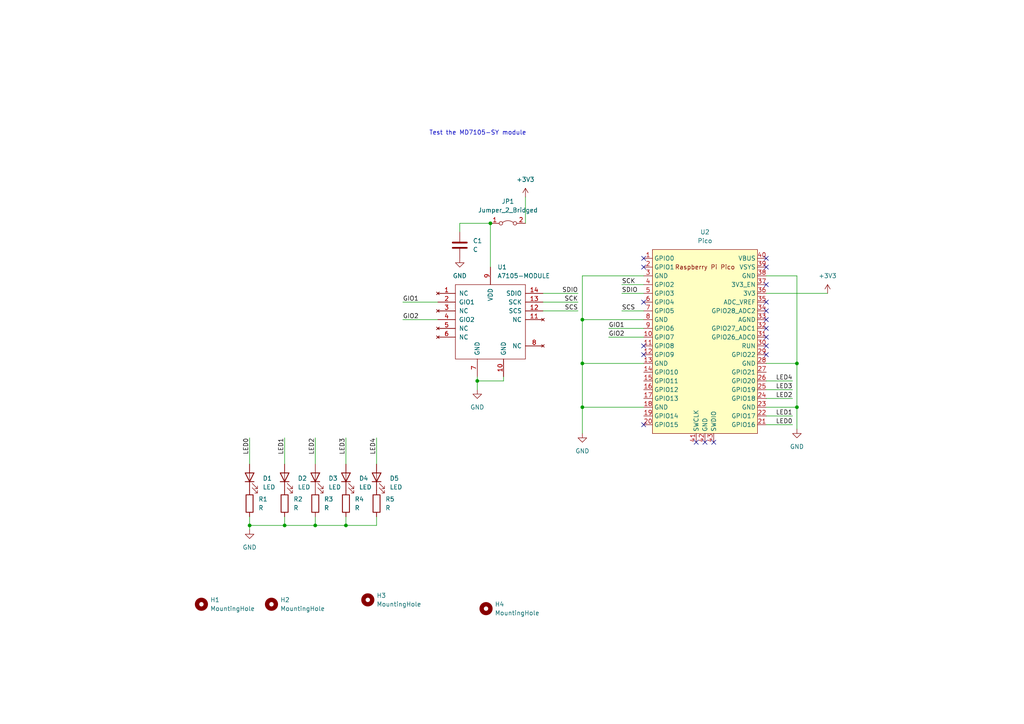
<source format=kicad_sch>
(kicad_sch (version 20211123) (generator eeschema)
  (paper "A4")
  (lib_symbols
    (symbol "Device:C" (pin_numbers hide) (pin_names (offset 0.254))
      (property "Reference" "C" (at 0.635 2.54 0))
      (property "Value" "C" (at 0.635 -2.54 0))
      (symbol "C_0_1"
        (polyline (pts (xy -2.032 -0.762) (xy 2.032 -0.762)) (stroke (width 0.508)))
        (polyline (pts (xy -2.032 0.762) (xy 2.032 0.762)) (stroke (width 0.508)))
      )
      (symbol "C_1_1"
        (pin passive line (at 0 3.81 270) (length 2.794) (name "~") (number "1"))
        (pin passive line (at 0 -3.81 90) (length 2.794) (name "~") (number "2"))
      )
    )
    (symbol "Device:LED" (pin_numbers hide) (pin_names (offset 1.016) hide)
      (property "Reference" "D" (at 0 2.54 0))
      (property "Value" "LED" (at 0 -2.54 0))
      (symbol "LED_0_1"
        (polyline (pts (xy -1.27 -1.27) (xy -1.27 1.27)) (stroke (width 0.254)))
        (polyline (pts (xy -1.27 0) (xy 1.27 0)))
        (polyline (pts (xy 1.27 -1.27) (xy 1.27 1.27) (xy -1.27 0) (xy 1.27 -1.27)) (stroke (width 0.254)))
        (polyline (pts (xy -3.048 -0.762) (xy -4.572 -2.286) (xy -3.81 -2.286) (xy -4.572 -2.286) (xy -4.572 -1.524)))
        (polyline (pts (xy -1.778 -0.762) (xy -3.302 -2.286) (xy -2.54 -2.286) (xy -3.302 -2.286) (xy -3.302 -1.524)))
      )
      (symbol "LED_1_1"
        (pin passive line (at -3.81 0 0) (length 2.54) (name "K") (number "1"))
        (pin passive line (at 3.81 0 180) (length 2.54) (name "A") (number "2"))
      )
    )
    (symbol "Device:R" (pin_numbers hide) (pin_names (offset 0))
      (property "Reference" "R" (at 2.032 0 90))
      (property "Value" "R" (at 0 0 90))
      (symbol "R_0_1"
        (rectangle (start -1.016 -2.54) (end 1.016 2.54) (stroke (width 0.254)))
      )
      (symbol "R_1_1"
        (pin passive line (at 0 3.81 270) (length 1.27) (name "~") (number "1"))
        (pin passive line (at 0 -3.81 90) (length 1.27) (name "~") (number "2"))
      )
    )
    (symbol "Jumper:Jumper_2_Bridged" (pin_names (offset 0) hide)
      (property "Reference" "JP" (at 0 1.905 0))
      (property "Value" "Jumper_2_Bridged" (at 0 -2.54 0))
      (symbol "Jumper_2_Bridged_0_0"
        (circle (center -2.032 0) (radius 0.508))
        (circle (center 2.032 0) (radius 0.508))
      )
      (symbol "Jumper_2_Bridged_0_1"
        (arc (start 1.524 0.254) (mid 0 0.762) (end -1.524 0.254))
      )
      (symbol "Jumper_2_Bridged_1_1"
        (pin passive line (at -5.08 0 0) (length 2.54) (name "A") (number "1"))
        (pin passive line (at 5.08 0 180) (length 2.54) (name "B") (number "2"))
      )
    )
    (symbol "Mechanical:MountingHole" (pin_names (offset 1.016))
      (property "Reference" "H" (at 0 5.08 0))
      (property "Value" "MountingHole" (at 0 3.175 0))
      (symbol "MountingHole_0_1"
        (circle (center 0 0) (radius 1.27) (stroke (width 1.27)))
      )
    )
    (symbol "power:+3.3V" (power) (pin_names (offset 0))
      (property "Value" "+3.3V" (at 0 3.556 0))
      (symbol "+3.3V_0_1"
        (polyline (pts (xy -0.762 1.27) (xy 0 2.54)))
        (polyline (pts (xy 0 0) (xy 0 2.54)))
        (polyline (pts (xy 0 2.54) (xy 0.762 1.27)))
      )
      (symbol "+3.3V_1_1"
        (pin power_in line (at 0 0 90) (length 0) hide (name "+3V3") (number "1"))
      )
    )
    (symbol "power:GND" (power) (pin_names (offset 0))
      (property "Value" "GND" (at 0 -3.81 0))
      (symbol "GND_0_1"
        (polyline (pts (xy 0 0) (xy 0 -1.27) (xy 1.27 -1.27) (xy 0 -2.54) (xy -1.27 -1.27) (xy 0 -1.27)))
      )
      (symbol "GND_1_1"
        (pin power_in line (at 0 0 270) (length 0) hide (name "GND") (number "1"))
      )
    )
    (symbol "tester:A7105-MODULE" (pin_names (offset 1.016))
      (property "Reference" "U" (at 0 0 0))
      (property "Value" "A7105-MODULE" (at 2.54 -3.81 0))
      (symbol "A7105-MODULE_0_1"
        (rectangle (start -10.16 10.16) (end 10.16 -11.43))
      )
      (symbol "A7105-MODULE_1_1"
        (pin no_connect line (at -15.24 7.62 0) (length 5.08) (name "NC") (number "1"))
        (pin power_in line (at 3.81 -16.51 90) (length 5.08) (name "GND") (number "10"))
        (pin no_connect line (at 15.24 0 180) (length 5.08) (name "NC") (number "11"))
        (pin input line (at 15.24 2.54 180) (length 5.08) (name "SCS") (number "12"))
        (pin input line (at 15.24 5.08 180) (length 5.08) (name "SCK") (number "13"))
        (pin bidirectional line (at 15.24 7.62 180) (length 5.08) (name "SDIO") (number "14"))
        (pin bidirectional line (at -15.24 5.08 0) (length 5.08) (name "GIO1") (number "2"))
        (pin no_connect line (at -15.24 2.54 0) (length 5.08) (name "NC") (number "3"))
        (pin bidirectional line (at -15.24 0 0) (length 5.08) (name "GIO2") (number "4"))
        (pin no_connect line (at -15.24 -2.54 0) (length 5.08) (name "NC") (number "5"))
        (pin no_connect line (at -15.24 -5.08 0) (length 5.08) (name "NC") (number "6"))
        (pin power_in line (at -3.81 -16.51 90) (length 5.08) (name "GND") (number "7"))
        (pin no_connect line (at 15.24 -7.62 180) (length 5.08) (name "NC") (number "8"))
        (pin power_in line (at 0 15.24 270) (length 5.08) (name "VDD") (number "9"))
      )
    )
    (symbol "tester:Pico"
      (property "Reference" "U" (at -13.97 27.94 0))
      (property "Value" "Pico" (at 0 19.05 0))
      (symbol "Pico_0_0"
        (text "Raspberry Pi Pico" (at 0 21.59 0) (effects (font (size 1.27 1.27))))
      )
      (symbol "Pico_0_1"
        (rectangle (start -15.24 26.67) (end 15.24 -26.67) (fill (type background)))
      )
      (symbol "Pico_1_1"
        (pin bidirectional line (at -17.78 24.13 0) (length 2.54) (name "GPIO0") (number "1"))
        (pin bidirectional line (at -17.78 1.27 0) (length 2.54) (name "GPIO7") (number "10"))
        (pin bidirectional line (at -17.78 -1.27 0) (length 2.54) (name "GPIO8") (number "11"))
        (pin bidirectional line (at -17.78 -3.81 0) (length 2.54) (name "GPIO9") (number "12"))
        (pin power_in line (at -17.78 -6.35 0) (length 2.54) (name "GND") (number "13"))
        (pin bidirectional line (at -17.78 -8.89 0) (length 2.54) (name "GPIO10") (number "14"))
        (pin bidirectional line (at -17.78 -11.43 0) (length 2.54) (name "GPIO11") (number "15"))
        (pin bidirectional line (at -17.78 -13.97 0) (length 2.54) (name "GPIO12") (number "16"))
        (pin bidirectional line (at -17.78 -16.51 0) (length 2.54) (name "GPIO13") (number "17"))
        (pin power_in line (at -17.78 -19.05 0) (length 2.54) (name "GND") (number "18"))
        (pin bidirectional line (at -17.78 -21.59 0) (length 2.54) (name "GPIO14") (number "19"))
        (pin bidirectional line (at -17.78 21.59 0) (length 2.54) (name "GPIO1") (number "2"))
        (pin bidirectional line (at -17.78 -24.13 0) (length 2.54) (name "GPIO15") (number "20"))
        (pin bidirectional line (at 17.78 -24.13 180) (length 2.54) (name "GPIO16") (number "21"))
        (pin bidirectional line (at 17.78 -21.59 180) (length 2.54) (name "GPIO17") (number "22"))
        (pin power_in line (at 17.78 -19.05 180) (length 2.54) (name "GND") (number "23"))
        (pin bidirectional line (at 17.78 -16.51 180) (length 2.54) (name "GPIO18") (number "24"))
        (pin bidirectional line (at 17.78 -13.97 180) (length 2.54) (name "GPIO19") (number "25"))
        (pin bidirectional line (at 17.78 -11.43 180) (length 2.54) (name "GPIO20") (number "26"))
        (pin bidirectional line (at 17.78 -8.89 180) (length 2.54) (name "GPIO21") (number "27"))
        (pin power_in line (at 17.78 -6.35 180) (length 2.54) (name "GND") (number "28"))
        (pin bidirectional line (at 17.78 -3.81 180) (length 2.54) (name "GPIO22") (number "29"))
        (pin power_in line (at -17.78 19.05 0) (length 2.54) (name "GND") (number "3"))
        (pin input line (at 17.78 -1.27 180) (length 2.54) (name "RUN") (number "30"))
        (pin bidirectional line (at 17.78 1.27 180) (length 2.54) (name "GPIO26_ADC0") (number "31"))
        (pin bidirectional line (at 17.78 3.81 180) (length 2.54) (name "GPIO27_ADC1") (number "32"))
        (pin power_in line (at 17.78 6.35 180) (length 2.54) (name "AGND") (number "33"))
        (pin bidirectional line (at 17.78 8.89 180) (length 2.54) (name "GPIO28_ADC2") (number "34"))
        (pin power_in line (at 17.78 11.43 180) (length 2.54) (name "ADC_VREF") (number "35"))
        (pin power_in line (at 17.78 13.97 180) (length 2.54) (name "3V3") (number "36"))
        (pin input line (at 17.78 16.51 180) (length 2.54) (name "3V3_EN") (number "37"))
        (pin bidirectional line (at 17.78 19.05 180) (length 2.54) (name "GND") (number "38"))
        (pin power_in line (at 17.78 21.59 180) (length 2.54) (name "VSYS") (number "39"))
        (pin bidirectional line (at -17.78 16.51 0) (length 2.54) (name "GPIO2") (number "4"))
        (pin power_in line (at 17.78 24.13 180) (length 2.54) (name "VBUS") (number "40"))
        (pin input line (at -2.54 -29.21 90) (length 2.54) (name "SWCLK") (number "41"))
        (pin power_in line (at 0 -29.21 90) (length 2.54) (name "GND") (number "42"))
        (pin bidirectional line (at 2.54 -29.21 90) (length 2.54) (name "SWDIO") (number "43"))
        (pin bidirectional line (at -17.78 13.97 0) (length 2.54) (name "GPIO3") (number "5"))
        (pin bidirectional line (at -17.78 11.43 0) (length 2.54) (name "GPIO4") (number "6"))
        (pin bidirectional line (at -17.78 8.89 0) (length 2.54) (name "GPIO5") (number "7"))
        (pin power_in line (at -17.78 6.35 0) (length 2.54) (name "GND") (number "8"))
        (pin bidirectional line (at -17.78 3.81 0) (length 2.54) (name "GPIO6") (number "9"))
      )
    )
  )
  (junction (at 138.43 110.49))
  (junction (at 91.44 152.4))
  (junction (at 231.14 105.41))
  (junction (at 231.14 118.11))
  (junction (at 72.39 152.4))
  (junction (at 168.91 105.41))
  (junction (at 82.55 152.4))
  (junction (at 168.91 118.11))
  (junction (at 142.24 64.77))
  (junction (at 100.33 152.4))
  (junction (at 168.91 92.71))
  (no_connect (at 186.69 87.63))
  (no_connect (at 222.25 74.93))
  (no_connect (at 186.69 123.19))
  (no_connect (at 222.25 100.33))
  (no_connect (at 222.25 97.79))
  (no_connect (at 222.25 95.25))
  (no_connect (at 222.25 92.71))
  (no_connect (at 222.25 87.63))
  (no_connect (at 222.25 90.17))
  (no_connect (at 222.25 102.87))
  (no_connect (at 222.25 82.55))
  (no_connect (at 222.25 77.47))
  (no_connect (at 186.69 100.33))
  (no_connect (at 186.69 74.93))
  (no_connect (at 186.69 77.47))
  (no_connect (at 186.69 102.87))
  (no_connect (at 201.93 128.27))
  (no_connect (at 204.47 128.27))
  (no_connect (at 207.01 128.27))
  (wire (pts (xy 157.48 90.17) (xy 167.64 90.17)))
  (wire (pts (xy 168.91 92.71) (xy 168.91 105.41)))
  (wire (pts (xy 91.44 152.4) (xy 82.55 152.4)))
  (wire (pts (xy 133.35 67.31) (xy 133.35 64.77)))
  (wire (pts (xy 186.69 105.41) (xy 168.91 105.41)))
  (wire (pts (xy 180.34 90.17) (xy 186.69 90.17)))
  (wire (pts (xy 222.25 123.19) (xy 229.87 123.19)))
  (wire (pts (xy 222.25 105.41) (xy 231.14 105.41)))
  (wire (pts (xy 133.35 64.77) (xy 142.24 64.77)))
  (wire (pts (xy 231.14 105.41) (xy 231.14 118.11)))
  (wire (pts (xy 127 87.63) (xy 116.84 87.63)))
  (wire (pts (xy 100.33 149.86) (xy 100.33 152.4)))
  (wire (pts (xy 231.14 80.01) (xy 231.14 105.41)))
  (wire (pts (xy 72.39 152.4) (xy 72.39 153.67)))
  (wire (pts (xy 146.05 109.22) (xy 146.05 110.49)))
  (wire (pts (xy 168.91 80.01) (xy 168.91 92.71)))
  (wire (pts (xy 186.69 118.11) (xy 168.91 118.11)))
  (wire (pts (xy 91.44 127) (xy 91.44 134.62)))
  (wire (pts (xy 180.34 85.09) (xy 186.69 85.09)))
  (wire (pts (xy 109.22 127) (xy 109.22 134.62)))
  (wire (pts (xy 157.48 87.63) (xy 167.64 87.63)))
  (wire (pts (xy 138.43 110.49) (xy 138.43 113.03)))
  (wire (pts (xy 186.69 80.01) (xy 168.91 80.01)))
  (wire (pts (xy 127 92.71) (xy 116.84 92.71)))
  (wire (pts (xy 222.25 110.49) (xy 229.87 110.49)))
  (wire (pts (xy 222.25 80.01) (xy 231.14 80.01)))
  (wire (pts (xy 82.55 127) (xy 82.55 134.62)))
  (wire (pts (xy 91.44 152.4) (xy 100.33 152.4)))
  (wire (pts (xy 222.25 115.57) (xy 229.87 115.57)))
  (wire (pts (xy 168.91 105.41) (xy 168.91 118.11)))
  (wire (pts (xy 146.05 110.49) (xy 138.43 110.49)))
  (wire (pts (xy 231.14 118.11) (xy 222.25 118.11)))
  (wire (pts (xy 152.4 57.15) (xy 152.4 64.77)))
  (wire (pts (xy 180.34 82.55) (xy 186.69 82.55)))
  (wire (pts (xy 109.22 149.86) (xy 109.22 152.4)))
  (wire (pts (xy 142.24 64.77) (xy 142.24 77.47)))
  (wire (pts (xy 186.69 92.71) (xy 168.91 92.71)))
  (wire (pts (xy 222.25 113.03) (xy 229.87 113.03)))
  (wire (pts (xy 231.14 124.46) (xy 231.14 118.11)))
  (wire (pts (xy 91.44 149.86) (xy 91.44 152.4)))
  (wire (pts (xy 109.22 152.4) (xy 100.33 152.4)))
  (wire (pts (xy 222.25 85.09) (xy 240.03 85.09)))
  (wire (pts (xy 186.69 97.79) (xy 176.53 97.79)))
  (wire (pts (xy 222.25 120.65) (xy 229.87 120.65)))
  (wire (pts (xy 157.48 85.09) (xy 167.64 85.09)))
  (wire (pts (xy 138.43 109.22) (xy 138.43 110.49)))
  (wire (pts (xy 168.91 118.11) (xy 168.91 125.73)))
  (wire (pts (xy 72.39 149.86) (xy 72.39 152.4)))
  (wire (pts (xy 100.33 127) (xy 100.33 134.62)))
  (wire (pts (xy 82.55 152.4) (xy 72.39 152.4)))
  (wire (pts (xy 186.69 95.25) (xy 176.53 95.25)))
  (wire (pts (xy 82.55 149.86) (xy 82.55 152.4)))
  (wire (pts (xy 72.39 127) (xy 72.39 134.62)))
  (text "Test the MD7105-SY module" (at 124.46 39.37 0) (effects (font (size 1.27 1.27)) (justify left bottom)))
  (label "LED0" (at 72.39 127 270))
  (label "LED2" (at 91.44 127 270))
  (label "SCK" (at 167.64 87.63 180))
  (label "SDIO" (at 167.64 85.09 180))
  (label "LED1" (at 229.87 120.65 180))
  (label "SCS" (at 167.64 90.17 180))
  (label "GIO2" (at 176.53 97.79 0))
  (label "LED2" (at 229.87 115.57 180))
  (label "LED4" (at 109.22 127 270))
  (label "SDIO" (at 180.34 85.09 0))
  (label "LED3" (at 229.87 113.03 180))
  (label "LED4" (at 229.87 110.49 180))
  (label "GIO1" (at 176.53 95.25 0))
  (label "LED1" (at 82.55 127 270))
  (label "SCK" (at 180.34 82.55 0))
  (label "GIO1" (at 116.84 87.63 0))
  (label "GIO2" (at 116.84 92.71 0))
  (label "SCS" (at 180.34 90.17 0))
  (label "LED0" (at 229.87 123.19 180))
  (label "LED3" (at 100.33 127 270))
  (symbol (lib_id "power:GND") (at 231.14 124.46 0) (unit 1)
    (property "Reference" "#PWR05" (effects hide))
    (property "Value" "GND" (at 231.14 129.54 0))
  )
  (symbol (lib_id "tester:A7105-MODULE") (at 142.24 92.71 0) (unit 1)
    (property "Reference" "U1" (at 144.2594 77.47 0) (effects (justify left)))
    (property "Value" "A7105-MODULE" (at 144.2594 80.01 0) (effects (justify left)))
    (property "Footprint" "tester:MD7105-SY-TESTER" (effects hide))
  )
  (symbol (lib_id "Device:R") (at 72.39 146.05 0) (unit 1)
    (property "Reference" "R1" (at 74.93 144.7799 0) (effects (justify left)))
    (property "Value" "R" (at 74.93 147.3199 0) (effects (justify left)))
    (property "Footprint" "Resistor_SMD:R_0805_2012Metric_Pad1.20x1.40mm_HandSolder" (effects hide))
  )
  (symbol (lib_id "Mechanical:MountingHole") (at 140.97 176.53 0) (unit 1)
    (property "Reference" "H4" (at 143.51 175.2599 0) (effects (justify left)))
    (property "Value" "MountingHole" (at 143.51 177.7999 0) (effects (justify left)))
    (property "Footprint" "MountingHole:MountingHole_3.2mm_M3" (effects hide))
  )
  (symbol (lib_id "power:+3.3V") (at 240.03 85.09 0) (unit 1)
    (property "Reference" "#PWR06" (effects hide))
    (property "Value" "+3.3V" (at 240.03 80.01 0))
  )
  (symbol (lib_id "Device:R") (at 100.33 146.05 0) (unit 1)
    (property "Reference" "R4" (at 102.87 144.7799 0) (effects (justify left)))
    (property "Value" "R" (at 102.87 147.3199 0) (effects (justify left)))
    (property "Footprint" "Resistor_SMD:R_0805_2012Metric_Pad1.20x1.40mm_HandSolder" (effects hide))
  )
  (symbol (lib_id "Device:R") (at 82.55 146.05 0) (unit 1)
    (property "Reference" "R2" (at 85.09 144.7799 0) (effects (justify left)))
    (property "Value" "R" (at 85.09 147.3199 0) (effects (justify left)))
    (property "Footprint" "Resistor_SMD:R_0805_2012Metric_Pad1.20x1.40mm_HandSolder" (effects hide))
  )
  (symbol (lib_id "Device:C") (at 133.35 71.12 0) (unit 1)
    (property "Reference" "C1" (at 137.16 69.8499 0) (effects (justify left)))
    (property "Value" "C" (at 137.16 72.3899 0) (effects (justify left)))
    (property "Footprint" "Capacitor_SMD:C_0805_2012Metric_Pad1.18x1.45mm_HandSolder" (effects hide))
  )
  (symbol (lib_id "Device:LED") (at 72.39 138.43 90) (unit 1)
    (property "Reference" "D1" (at 76.2 138.7474 90) (effects (justify right)))
    (property "Value" "LED" (at 76.2 141.2874 90) (effects (justify right)))
    (property "Footprint" "LED_SMD:LED_0805_2012Metric_Pad1.15x1.40mm_HandSolder" (effects hide))
  )
  (symbol (lib_id "Device:R") (at 91.44 146.05 0) (unit 1)
    (property "Reference" "R3" (at 93.98 144.7799 0) (effects (justify left)))
    (property "Value" "R" (at 93.98 147.3199 0) (effects (justify left)))
    (property "Footprint" "Resistor_SMD:R_0805_2012Metric_Pad1.20x1.40mm_HandSolder" (effects hide))
  )
  (symbol (lib_id "Device:LED") (at 82.55 138.43 90) (unit 1)
    (property "Reference" "D2" (at 86.36 138.7474 90) (effects (justify right)))
    (property "Value" "LED" (at 86.36 141.2874 90) (effects (justify right)))
    (property "Footprint" "LED_SMD:LED_0805_2012Metric_Pad1.15x1.40mm_HandSolder" (effects hide))
  )
  (symbol (lib_id "Device:LED") (at 100.33 138.43 90) (unit 1)
    (property "Reference" "D4" (at 104.14 138.7474 90) (effects (justify right)))
    (property "Value" "LED" (at 104.14 141.2874 90) (effects (justify right)))
    (property "Footprint" "LED_SMD:LED_0805_2012Metric_Pad1.15x1.40mm_HandSolder" (effects hide))
  )
  (symbol (lib_id "Mechanical:MountingHole") (at 58.42 175.26 0) (unit 1)
    (property "Reference" "H1" (at 60.96 173.9899 0) (effects (justify left)))
    (property "Value" "MountingHole" (at 60.96 176.5299 0) (effects (justify left)))
    (property "Footprint" "MountingHole:MountingHole_3.2mm_M3" (effects hide))
  )
  (symbol (lib_id "Jumper:Jumper_2_Bridged") (at 147.32 64.77 0) (unit 1)
    (property "Reference" "JP1" (at 147.32 58.42 0))
    (property "Value" "Jumper_2_Bridged" (at 147.32 60.96 0))
    (property "Footprint" "Jumper:SolderJumper-2_P1.3mm_Bridged_Pad1.0x1.5mm" (effects hide))
  )
  (symbol (lib_id "Mechanical:MountingHole") (at 106.68 173.99 0) (unit 1)
    (property "Reference" "H3" (at 109.22 172.7199 0) (effects (justify left)))
    (property "Value" "MountingHole" (at 109.22 175.2599 0) (effects (justify left)))
    (property "Footprint" "MountingHole:MountingHole_3.2mm_M3" (effects hide))
  )
  (symbol (lib_id "power:GND") (at 133.35 74.93 0) (unit 1)
    (property "Reference" "#PWR07" (effects hide))
    (property "Value" "GND" (at 133.35 80.01 0))
  )
  (symbol (lib_id "Device:R") (at 109.22 146.05 0) (unit 1)
    (property "Reference" "R5" (at 111.76 144.7799 0) (effects (justify left)))
    (property "Value" "R" (at 111.76 147.3199 0) (effects (justify left)))
    (property "Footprint" "Resistor_SMD:R_0805_2012Metric_Pad1.20x1.40mm_HandSolder" (effects hide))
  )
  (symbol (lib_id "tester:Pico") (at 204.47 99.06 0) (unit 1)
    (property "Reference" "U2" (at 204.47 67.31 0))
    (property "Value" "Pico" (at 204.47 69.85 0))
    (property "Footprint" "tester:PiPico" (effects hide))
  )
  (symbol (lib_id "power:GND") (at 72.39 153.67 0) (unit 1)
    (property "Reference" "#PWR01" (effects hide))
    (property "Value" "GND" (at 72.39 158.75 0))
  )
  (symbol (lib_id "power:+3.3V") (at 152.4 57.15 0) (unit 1)
    (property "Reference" "#PWR03" (effects hide))
    (property "Value" "+3.3V" (at 152.4 52.07 0))
  )
  (symbol (lib_id "Device:LED") (at 91.44 138.43 90) (unit 1)
    (property "Reference" "D3" (at 95.25 138.7474 90) (effects (justify right)))
    (property "Value" "LED" (at 95.25 141.2874 90) (effects (justify right)))
    (property "Footprint" "LED_SMD:LED_0805_2012Metric_Pad1.15x1.40mm_HandSolder" (effects hide))
  )
  (symbol (lib_id "power:GND") (at 168.91 125.73 0) (unit 1)
    (property "Reference" "#PWR04" (effects hide))
    (property "Value" "GND" (at 168.91 130.81 0))
  )
  (symbol (lib_id "power:GND") (at 138.43 113.03 0) (unit 1)
    (property "Reference" "#PWR02" (effects hide))
    (property "Value" "GND" (at 138.43 118.11 0))
  )
  (symbol (lib_id "Device:LED") (at 109.22 138.43 90) (unit 1)
    (property "Reference" "D5" (at 113.03 138.7474 90) (effects (justify right)))
    (property "Value" "LED" (at 113.03 141.2874 90) (effects (justify right)))
    (property "Footprint" "LED_SMD:LED_0805_2012Metric_Pad1.15x1.40mm_HandSolder" (effects hide))
  )
  (symbol (lib_id "Mechanical:MountingHole") (at 78.74 175.26 0) (unit 1)
    (property "Reference" "H2" (at 81.28 173.9899 0) (effects (justify left)))
    (property "Value" "MountingHole" (at 81.28 176.5299 0) (effects (justify left)))
    (property "Footprint" "MountingHole:MountingHole_3.2mm_M3" (effects hide))
  )
)
</source>
